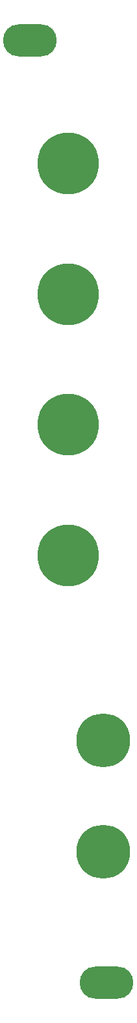
<source format=gbr>
%TF.GenerationSoftware,KiCad,Pcbnew,5.1.9+dfsg1-1~bpo10+1*%
%TF.CreationDate,2022-01-08T23:31:51+08:00*%
%TF.ProjectId,MiniADSR 1.0 - Front Panel,4d696e69-4144-4535-9220-312e30202d20,rev?*%
%TF.SameCoordinates,Original*%
%TF.FileFunction,Soldermask,Bot*%
%TF.FilePolarity,Negative*%
%FSLAX46Y46*%
G04 Gerber Fmt 4.6, Leading zero omitted, Abs format (unit mm)*
G04 Created by KiCad (PCBNEW 5.1.9+dfsg1-1~bpo10+1) date 2022-01-08 23:31:51*
%MOMM*%
%LPD*%
G01*
G04 APERTURE LIST*
%ADD10C,7.000000*%
%ADD11C,8.000000*%
%ADD12O,7.000000X4.200000*%
G04 APERTURE END LIST*
D10*
%TO.C,REF\u002A\u002A*%
X64500000Y-134000000D03*
%TD*%
D11*
%TO.C,REF\u002A\u002A*%
X60000000Y-110000000D03*
%TD*%
%TO.C,REF\u002A\u002A*%
X60000000Y-93000000D03*
%TD*%
%TO.C,REF\u002A\u002A*%
X60000000Y-76000000D03*
%TD*%
%TO.C,REF\u002A\u002A*%
X60000000Y-59000000D03*
%TD*%
D12*
%TO.C,REF\u002A\u002A*%
X65000000Y-165500000D03*
X55000000Y-43000000D03*
%TD*%
D10*
%TO.C,REF\u002A\u002A*%
X64500000Y-148500000D03*
%TD*%
M02*

</source>
